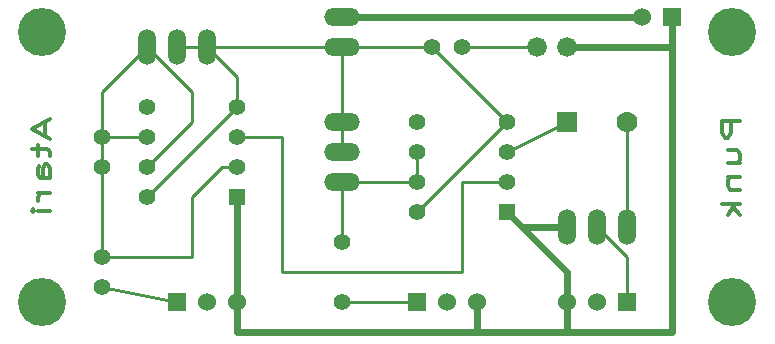
<source format=gbl>
G04 (created by PCBNEW (2013-jul-07)-stable) date Sat 29 Nov 2014 08:52:29 PM GMT*
%MOIN*%
G04 Gerber Fmt 3.4, Leading zero omitted, Abs format*
%FSLAX34Y34*%
G01*
G70*
G90*
G04 APERTURE LIST*
%ADD10C,0.00590551*%
%ADD11C,0.011811*%
%ADD12C,0.055*%
%ADD13R,0.055X0.055*%
%ADD14C,0.066*%
%ADD15R,0.06X0.06*%
%ADD16C,0.06*%
%ADD17R,0.07X0.07*%
%ADD18C,0.07*%
%ADD19O,0.1187X0.0593*%
%ADD20O,0.0593X0.1187*%
%ADD21C,0.16*%
%ADD22C,0.01*%
%ADD23C,0.023622*%
G04 APERTURE END LIST*
G54D10*
G54D11*
X69739Y-38953D02*
X69148Y-38953D01*
X69148Y-39328D01*
X69176Y-39422D01*
X69204Y-39468D01*
X69260Y-39515D01*
X69345Y-39515D01*
X69401Y-39468D01*
X69429Y-39422D01*
X69457Y-39328D01*
X69457Y-38953D01*
X69345Y-40359D02*
X69739Y-40359D01*
X69345Y-39937D02*
X69654Y-39937D01*
X69710Y-39984D01*
X69739Y-40078D01*
X69739Y-40218D01*
X69710Y-40312D01*
X69682Y-40359D01*
X69345Y-40828D02*
X69739Y-40828D01*
X69401Y-40828D02*
X69373Y-40874D01*
X69345Y-40968D01*
X69345Y-41109D01*
X69373Y-41203D01*
X69429Y-41249D01*
X69739Y-41249D01*
X69739Y-41718D02*
X69148Y-41718D01*
X69514Y-41812D02*
X69739Y-42093D01*
X69345Y-42093D02*
X69570Y-41718D01*
X46570Y-39000D02*
X46570Y-39468D01*
X46739Y-38906D02*
X46148Y-39234D01*
X46739Y-39562D01*
X46345Y-39750D02*
X46345Y-40125D01*
X46148Y-39890D02*
X46654Y-39890D01*
X46710Y-39937D01*
X46739Y-40031D01*
X46739Y-40125D01*
X46739Y-40874D02*
X46429Y-40874D01*
X46373Y-40828D01*
X46345Y-40734D01*
X46345Y-40546D01*
X46373Y-40453D01*
X46710Y-40874D02*
X46739Y-40781D01*
X46739Y-40546D01*
X46710Y-40453D01*
X46654Y-40406D01*
X46598Y-40406D01*
X46542Y-40453D01*
X46514Y-40546D01*
X46514Y-40781D01*
X46485Y-40874D01*
X46739Y-41343D02*
X46345Y-41343D01*
X46457Y-41343D02*
X46401Y-41390D01*
X46373Y-41437D01*
X46345Y-41531D01*
X46345Y-41624D01*
X46739Y-41952D02*
X46345Y-41952D01*
X46148Y-41952D02*
X46176Y-41906D01*
X46204Y-41952D01*
X46176Y-41999D01*
X46148Y-41952D01*
X46204Y-41952D01*
G54D12*
X48500Y-39500D03*
X48500Y-40500D03*
G54D13*
X53000Y-41500D03*
G54D12*
X53000Y-40500D03*
X53000Y-39500D03*
X53000Y-38500D03*
X50000Y-38500D03*
X50000Y-39500D03*
X50000Y-40500D03*
X50000Y-41500D03*
G54D13*
X62000Y-42000D03*
G54D12*
X62000Y-41000D03*
X62000Y-40000D03*
X62000Y-39000D03*
X59000Y-39000D03*
X59000Y-40000D03*
X59000Y-41000D03*
X59000Y-42000D03*
G54D14*
X63000Y-36500D03*
X64000Y-36500D03*
G54D15*
X66000Y-45000D03*
G54D16*
X65000Y-45000D03*
X64000Y-45000D03*
G54D15*
X51000Y-45000D03*
G54D16*
X52000Y-45000D03*
X53000Y-45000D03*
G54D12*
X48500Y-43500D03*
X48500Y-44500D03*
X56500Y-43000D03*
X56500Y-45000D03*
G54D17*
X64000Y-39000D03*
G54D18*
X66000Y-39000D03*
G54D12*
X59500Y-36500D03*
X60500Y-36500D03*
G54D19*
X56500Y-36500D03*
X56500Y-35500D03*
G54D15*
X67500Y-35500D03*
G54D16*
X66500Y-35500D03*
G54D15*
X59000Y-45000D03*
G54D16*
X60000Y-45000D03*
X61000Y-45000D03*
G54D19*
X56500Y-39000D03*
X56500Y-40000D03*
X56500Y-41000D03*
G54D20*
X52000Y-36500D03*
X51000Y-36500D03*
X50000Y-36500D03*
X64000Y-42500D03*
X65000Y-42500D03*
X66000Y-42500D03*
G54D21*
X46500Y-36000D03*
X46500Y-45000D03*
X69500Y-45000D03*
X69500Y-36000D03*
G54D22*
X60500Y-44000D02*
X54500Y-44000D01*
X54500Y-39500D02*
X54500Y-44000D01*
X60500Y-44000D02*
X60500Y-41000D01*
X62000Y-41000D02*
X60500Y-41000D01*
X54500Y-39500D02*
X53000Y-39500D01*
X62000Y-40000D02*
X64000Y-39000D01*
G54D23*
X56500Y-35500D02*
X66500Y-35500D01*
X64000Y-42500D02*
X62500Y-42500D01*
X62500Y-42500D02*
X62000Y-42000D01*
X61000Y-45000D02*
X61000Y-46000D01*
X64000Y-46000D02*
X64000Y-45000D01*
X53000Y-45000D02*
X53000Y-41500D01*
X67500Y-35500D02*
X67500Y-46000D01*
X53000Y-46000D02*
X53000Y-45000D01*
X67500Y-46000D02*
X64000Y-46000D01*
X64000Y-46000D02*
X61000Y-46000D01*
X61000Y-46000D02*
X53000Y-46000D01*
X67500Y-35500D02*
X67500Y-36500D01*
X67500Y-36500D02*
X64000Y-36500D01*
X64000Y-45000D02*
X64000Y-44000D01*
X64000Y-44000D02*
X62000Y-42000D01*
G54D22*
X62500Y-42500D02*
X62000Y-42000D01*
X53000Y-45000D02*
X53000Y-45000D01*
X50000Y-40500D02*
X51500Y-39000D01*
X51500Y-38000D02*
X50000Y-36500D01*
X51500Y-39000D02*
X51500Y-38000D01*
X48500Y-38000D02*
X50000Y-36500D01*
X48500Y-40500D02*
X48500Y-38000D01*
X56500Y-41000D02*
X59000Y-41000D01*
X56500Y-43000D02*
X56500Y-41000D01*
X59000Y-40000D02*
X59000Y-41000D01*
X56500Y-45000D02*
X59000Y-45000D01*
X48500Y-44500D02*
X51000Y-45000D01*
X66000Y-45000D02*
X66000Y-43500D01*
X66000Y-43500D02*
X65000Y-42500D01*
X66000Y-45000D02*
X66000Y-45000D01*
X50000Y-39500D02*
X48500Y-39500D01*
X48500Y-39500D02*
X48500Y-43500D01*
X53000Y-40500D02*
X52500Y-40500D01*
X48500Y-43500D02*
X48500Y-43500D01*
X51500Y-43500D02*
X48500Y-43500D01*
X51500Y-41500D02*
X51500Y-43500D01*
X52500Y-40500D02*
X51500Y-41500D01*
X66000Y-39000D02*
X66000Y-42500D01*
X60500Y-36500D02*
X63000Y-36500D01*
X51000Y-36500D02*
X52000Y-36500D01*
X53000Y-38500D02*
X53000Y-37500D01*
X53000Y-37500D02*
X52000Y-36500D01*
X52000Y-36500D02*
X56500Y-36500D01*
X56500Y-40000D02*
X56500Y-39000D01*
X56500Y-39000D02*
X56500Y-36500D01*
X59500Y-36500D02*
X62000Y-39000D01*
X56500Y-36500D02*
X59500Y-36500D01*
X59000Y-42000D02*
X62000Y-39000D01*
X53000Y-38500D02*
X50000Y-41500D01*
M02*

</source>
